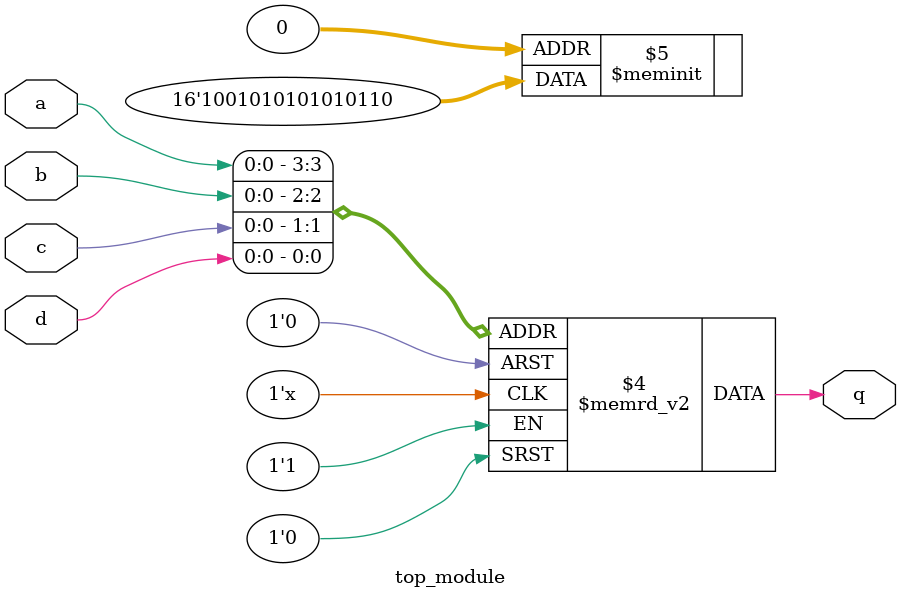
<source format=sv>
module top_module (
    input a, 
    input b, 
    input c, 
    input d,
    output reg q
);

always @* begin
    case ({a, b, c, d})
        4'b0001,
        4'b0010,
        4'b0100,
        4'b0110,
        4'b1000,
        4'b1010,
        4'b1100,
        4'b1111: q = 1;
        default: q = 0;
    endcase
end

endmodule

</source>
